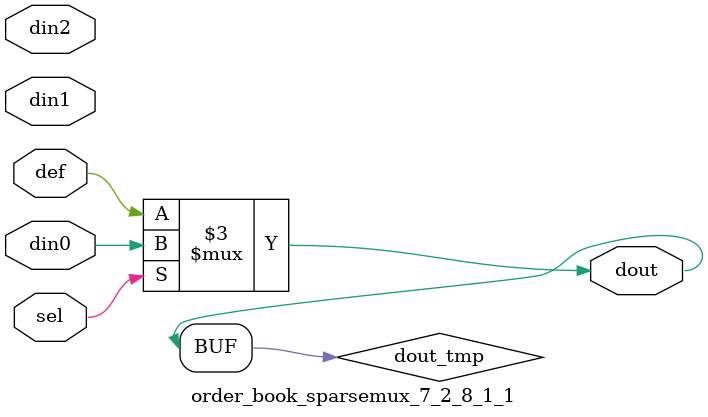
<source format=v>
`timescale 1ns / 1ps

module order_book_sparsemux_7_2_8_1_1 (din0,din1,din2,def,sel,dout);

parameter din0_WIDTH = 1;

parameter din1_WIDTH = 1;

parameter din2_WIDTH = 1;

parameter def_WIDTH = 1;
parameter sel_WIDTH = 1;
parameter dout_WIDTH = 1;

parameter [sel_WIDTH-1:0] CASE0 = 1;

parameter [sel_WIDTH-1:0] CASE1 = 1;

parameter [sel_WIDTH-1:0] CASE2 = 1;

parameter ID = 1;
parameter NUM_STAGE = 1;



input [din0_WIDTH-1:0] din0;

input [din1_WIDTH-1:0] din1;

input [din2_WIDTH-1:0] din2;

input [def_WIDTH-1:0] def;
input [sel_WIDTH-1:0] sel;

output [dout_WIDTH-1:0] dout;



reg [dout_WIDTH-1:0] dout_tmp;


always @ (*) begin
(* parallel_case *) case (sel)
    
    CASE0 : dout_tmp = din0;
    
    CASE1 : dout_tmp = din1;
    
    CASE2 : dout_tmp = din2;
    
    default : dout_tmp = def;
endcase
end


assign dout = dout_tmp;



endmodule

</source>
